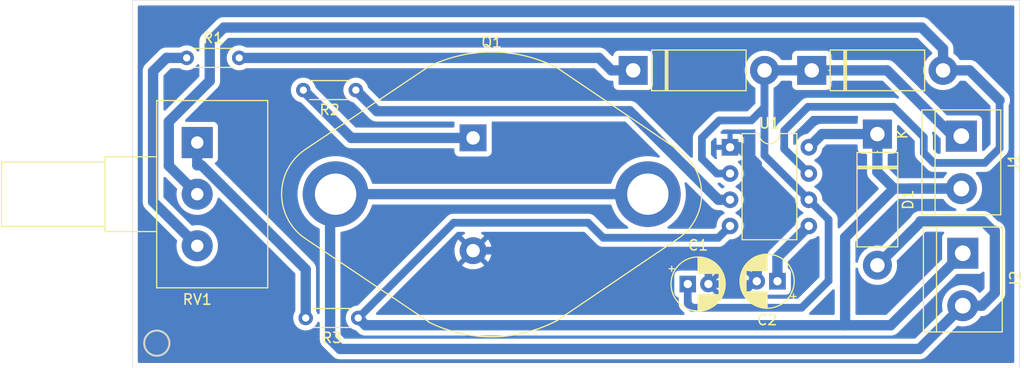
<source format=kicad_pcb>
(kicad_pcb (version 20240108) (generator "pcbnew") (generator_version "8.0")
  (layers (0 "F.Cu" signal) (31 "B.Cu" signal) (34 "B.Paste" user) (35 "F.Paste" user) (36 "B.SilkS" user "B.Silkscreen") (37 "F.SilkS" user "F.Silkscreen") (38 "B.Mask" user) (39 "F.Mask" user) (44 "Edge.Cuts" user))
  (net 0 "")
  (net 1 "Net-(D2-K)")
  (net 2 "Net-(U1-CV)")
  (net 3 "Net-(D1-A)")
  (net 4 "Net-(D1-K)")
  (net 5 "Net-(D2-A)")
  (net 6 "Net-(D3-K)")
  (net 7 "Net-(Q1-B)")
  (net 8 "Net-(R1-Pad1)")
  (net 9 "Net-(U1-Q)")
  (net 10 "Net-(R3-Pad2)")
  (net 11 "GND")
  (footprint "TerminalBlock:TerminalBlock_bornier-2_P5.08mm" (layer "F.Cu") (at 162.55 71.22 -90)
    (property "Reference" "J1" (at 2.54 -5.08 90) (layer "F.SilkS"))
    (property "Value" "Vin")
    (fp_line (start -2.54 3.81) (end 7.62 3.81) (stroke (width 0.12)) (layer "F.SilkS"))
    (fp_line (start 7.62 3.81) (end 7.62 -3.81) (stroke (width 0.12)) (layer "F.SilkS"))
    (fp_line (start 7.62 2.54) (end -2.54 2.54) (stroke (width 0.12)) (layer "F.SilkS"))
    (fp_line (start -2.54 -3.81) (end -2.54 3.81) (stroke (width 0.12)) (layer "F.SilkS"))
    (fp_line (start 7.62 -3.81) (end -2.54 -3.81) (stroke (width 0.12)) (layer "F.SilkS"))
    (pad "1" thru_hole rect (at 0 0 270) (size 3 3) (drill 1.52) (layers "*.Cu" "*.Mask") (net 1 "Net-(D2-K)"))
    (pad "2" thru_hole circle (at 5.08 0 270) (size 3 3) (drill 1.52) (layers "*.Cu" "*.Mask") (net 4 "Net-(D1-K)"))
  )
  (footprint "Capacitor_THT:CP_Radial_D5.0mm_P2.00mm" (layer "F.Cu") (at 136.090013 85.54)
    (property "Reference" "C1" (at 1 -3.75 0) (layer "F.SilkS"))
    (property "Value" "47nf")
    (fp_line (start -1.804775 -1.475) (end -1.304775 -1.475) (stroke (width 0.12)) (layer "F.SilkS"))
    (fp_line (start -1.554775 -1.725) (end -1.554775 -1.225) (stroke (width 0.12)) (layer "F.SilkS"))
    (fp_line (start 1 -2.58) (end 1 -1.04) (stroke (width 0.12)) (layer "F.SilkS"))
    (fp_line (start 1 1.04) (end 1 2.58) (stroke (width 0.12)) (layer "F.SilkS"))
    (fp_line (start 1.04 -2.58) (end 1.04 -1.04) (stroke (width 0.12)) (layer "F.SilkS"))
    (fp_line (start 1.04 1.04) (end 1.04 2.58) (stroke (width 0.12)) (layer "F.SilkS"))
    (fp_line (start 1.08 -2.579) (end 1.08 -1.04) (stroke (width 0.12)) (layer "F.SilkS"))
    (fp_line (start 1.08 1.04) (end 1.08 2.579) (stroke (width 0.12)) (layer "F.SilkS"))
    (fp_line (start 1.12 -2.578) (end 1.12 -1.04) (stroke (width 0.12)) (layer "F.SilkS"))
    (fp_line (start 1.12 1.04) (end 1.12 2.578) (stroke (width 0.12)) (layer "F.SilkS"))
    (fp_line (start 1.16 -2.576) (end 1.16 -1.04) (stroke (width 0.12)) (layer "F.SilkS"))
    (fp_line (start 1.16 1.04) (end 1.16 2.576) (stroke (width 0.12)) (layer "F.SilkS"))
    (fp_line (start 1.2 -2.573) (end 1.2 -1.04) (stroke (width 0.12)) (layer "F.SilkS"))
    (fp_line (start 1.2 1.04) (end 1.2 2.573) (stroke (width 0.12)) (layer "F.SilkS"))
    (fp_line (start 1.24 -2.569) (end 1.24 -1.04) (stroke (width 0.12)) (layer "F.SilkS"))
    (fp_line (start 1.24 1.04) (end 1.24 2.569) (stroke (width 0.12)) (layer "F.SilkS"))
    (fp_line (start 1.28 -2.565) (end 1.28 -1.04) (stroke (width 0.12)) (layer "F.SilkS"))
    (fp_line (start 1.28 1.04) (end 1.28 2.565) (stroke (width 0.12)) (layer "F.SilkS"))
    (fp_line (start 1.32 -2.561) (end 1.32 -1.04) (stroke (width 0.12)) (layer "F.SilkS"))
    (fp_line (start 1.32 1.04) (end 1.32 2.561) (stroke (width 0.12)) (layer "F.SilkS"))
    (fp_line (start 1.36 -2.556) (end 1.36 -1.04) (stroke (width 0.12)) (layer "F.SilkS"))
    (fp_line (start 1.36 1.04) (end 1.36 2.556) (stroke (width 0.12)) (layer "F.SilkS"))
    (fp_line (start 1.4 -2.55) (end 1.4 -1.04) (stroke (width 0.12)) (layer "F.SilkS"))
    (fp_line (start 1.4 1.04) (end 1.4 2.55) (stroke (width 0.12)) (layer "F.SilkS"))
    (fp_line (start 1.44 -2.543) (end 1.44 -1.04) (stroke (width 0.12)) (layer "F.SilkS"))
    (fp_line (start 1.44 1.04) (end 1.44 2.543) (stroke (width 0.12)) (layer "F.SilkS"))
    (fp_line (start 1.48 -2.536) (end 1.48 -1.04) (stroke (width 0.12)) (layer "F.SilkS"))
    (fp_line (start 1.48 1.04) (end 1.48 2.536) (stroke (width 0.12)) (layer "F.SilkS"))
    (fp_line (start 1.52 -2.528) (end 1.52 -1.04) (stroke (width 0.12)) (layer "F.SilkS"))
    (fp_line (start 1.52 1.04) (end 1.52 2.528) (stroke (width 0.12)) (layer "F.SilkS"))
    (fp_line (start 1.56 -2.52) (end 1.56 -1.04) (stroke (width 0.12)) (layer "F.SilkS"))
    (fp_line (start 1.56 1.04) (end 1.56 2.52) (stroke (width 0.12)) (layer "F.SilkS"))
    (fp_line (start 1.6 -2.511) (end 1.6 -1.04) (stroke (width 0.12)) (layer "F.SilkS"))
    (fp_line (start 1.6 1.04) (end 1.6 2.511) (stroke (width 0.12)) (layer "F.SilkS"))
    (fp_line (start 1.64 -2.501) (end 1.64 -1.04) (stroke (width 0.12)) (layer "F.SilkS"))
    (fp_line (start 1.64 1.04) (end 1.64 2.501) (stroke (width 0.12)) (layer "F.SilkS"))
    (fp_line (start 1.68 -2.491) (end 1.68 -1.04) (stroke (width 0.12)) (layer "F.SilkS"))
    (fp_line (start 1.68 1.04) (end 1.68 2.491) (stroke (width 0.12)) (layer "F.SilkS"))
    (fp_line (start 1.721 -2.48) (end 1.721 -1.04) (stroke (width 0.12)) (layer "F.SilkS"))
    (fp_line (start 1.721 1.04) (end 1.721 2.48) (stroke (width 0.12)) (layer "F.SilkS"))
    (fp_line (start 1.761 -2.468) (end 1.761 -1.04) (stroke (width 0.12)) (layer "F.SilkS"))
    (fp_line (start 1.761 1.04) (end 1.761 2.468) (stroke (width 0.12)) (layer "F.SilkS"))
    (fp_line (start 1.801 -2.455) (end 1.801 -1.04) (stroke (width 0.12)) (layer "F.SilkS"))
    (fp_line (start 1.801 1.04) (end 1.801 2.455) (stroke (width 0.12)) (layer "F.SilkS"))
    (fp_line (start 1.841 -2.442) (end 1.841 -1.04) (stroke (width 0.12)) (layer "F.SilkS"))
    (fp_line (start 1.841 1.04) (end 1.841 2.442) (stroke (width 0.12)) (layer "F.SilkS"))
    (fp_line (start 1.881 -2.428) (end 1.881 -1.04) (stroke (width 0.12)) (layer "F.SilkS"))
    (fp_line (start 1.881 1.04) (end 1.881 2.428) (stroke (width 0.12)) (layer "F.SilkS"))
    (fp_line (start 1.921 -2.414) (end 1.921 -1.04) (stroke (width 0.12)) (layer "F.SilkS"))
    (fp_line (start 1.921 1.04) (end 1.921 2.414) (stroke (width 0.12)) (layer "F.SilkS"))
    (fp_line (start 1.961 -2.398) (end 1.961 -1.04) (stroke (width 0.12)) (layer "F.SilkS"))
    (fp_line (start 1.961 1.04) (end 1.961 2.398) (stroke (width 0.12)) (layer "F.SilkS"))
    (fp_line (start 2.001 -2.382) (end 2.001 -1.04) (stroke (width 0.12)) (layer "F.SilkS"))
    (fp_line (start 2.001 1.04) (end 2.001 2.382) (stroke (width 0.12)) (layer "F.SilkS"))
    (fp_line (start 2.041 -2.365) (end 2.041 -1.04) (stroke (width 0.12)) (layer "F.SilkS"))
    (fp_line (start 2.041 1.04) (end 2.041 2.365) (stroke (width 0.12)) (layer "F.SilkS"))
    (fp_line (start 2.081 -2.348) (end 2.081 -1.04) (stroke (width 0.12)) (layer "F.SilkS"))
    (fp_line (start 2.081 1.04) (end 2.081 2.348) (stroke (width 0.12)) (layer "F.SilkS"))
    (fp_line (start 2.121 -2.329) (end 2.121 -1.04) (stroke (width 0.12)) (layer "F.SilkS"))
    (fp_line (start 2.121 1.04) (end 2.121 2.329) (stroke (width 0.12)) (layer "F.SilkS"))
    (fp_line (start 2.161 -2.31) (end 2.161 -1.04) (stroke (width 0.12)) (layer "F.SilkS"))
    (fp_line (start 2.161 1.04) (end 2.161 2.31) (stroke (width 0.12)) (layer "F.SilkS"))
    (fp_line (start 2.201 -2.29) (end 2.201 -1.04) (stroke (width 0.12)) (layer "F.SilkS"))
    (fp_line (start 2.201 1.04) (end 2.201 2.29) (stroke (width 0.12)) (layer "F.SilkS"))
    (fp_line (start 2.241 -2.268) (end 2.241 -1.04) (stroke (width 0.12)) (layer "F.SilkS"))
    (fp_line (start 2.241 1.04) (end 2.241 2.268) (stroke (width 0.12)) (layer "F.SilkS"))
    (fp_line (start 2.281 -2.247) (end 2.281 -1.04) (stroke (width 0.12)) (layer "F.SilkS"))
    (fp_line (start 2.281 1.04) (end 2.281 2.247) (stroke (width 0.12)) (layer "F.SilkS"))
    (fp_line (start 2.321 -2.224) (end 2.321 -1.04) (stroke (width 0.12)) (layer "F.SilkS"))
    (fp_line (start 2.321 1.04) (end 2.321 2.224) (stroke (width 0.12)) (layer "F.SilkS"))
    (fp_line (start 2.361 -2.2) (end 2.361 -1.04) (stroke (width 0.12)) (layer "F.SilkS"))
    (fp_line (start 2.361 1.04) (end 2.361 2.2) (stroke (width 0.12)) (layer "F.SilkS"))
    (fp_line (start 2.401 -2.175) (end 2.401 -1.04) (stroke (width 0.12)) (layer "F.SilkS"))
    (fp_line (start 2.401 1.04) (end 2.401 2.175) (stroke (width 0.12)) (layer "F.SilkS"))
    (fp_line (start 2.441 -2.149) (end 2.441 -1.04) (stroke (width 0.12)) (layer "F.SilkS"))
    (fp_line (start 2.441 1.04) (end 2.441 2.149) (stroke (width 0.12)) (layer "F.SilkS"))
    (fp_line (start 2.481 -2.122) (end 2.481 -1.04) (stroke (width 0.12)) (layer "F.SilkS"))
    (fp_line (start 2.481 1.04) (end 2.481 2.122) (stroke (width 0.12)) (layer "F.SilkS"))
    (fp_line (start 2.521 -2.095) (end 2.521 -1.04) (stroke (width 0.12)) (layer "F.SilkS"))
    (fp_line (start 2.521 1.04) (end 2.521 2.095) (stroke (width 0.12)) (layer "F.SilkS"))
    (fp_line (start 2.561 -2.065) (end 2.561 -1.04) (stroke (width 0.12)) (layer "F.SilkS"))
    (fp_line (start 2.561 1.04) (end 2.561 2.065) (stroke (width 0.12)) (layer "F.SilkS"))
    (fp_line (start 2.601 -2.035) (end 2.601 -1.04) (stroke (width 0.12)) (layer "F.SilkS"))
    (fp_line (start 2.601 1.04) (end 2.601 2.035) (stroke (width 0.12)) (layer "F.SilkS"))
    (fp_line (start 2.641 -2.004) (end 2.641 -1.04) (stroke (width 0.12)) (layer "F.SilkS"))
    (fp_line (start 2.641 1.04) (end 2.641 2.004) (stroke (width 0.12)) (layer "F.SilkS"))
    (fp_line (start 2.681 -1.971) (end 2.681 -1.04) (stroke (width 0.12)) (layer "F.SilkS"))
    (fp_line (start 2.681 1.04) (end 2.681 1.971) (stroke (width 0.12)) (layer "F.SilkS"))
    (fp_line (start 2.721 -1.937) (end 2.721 -1.04) (stroke (width 0.12)) (layer "F.SilkS"))
    (fp_line (start 2.721 1.04) (end 2.721 1.937) (stroke (width 0.12)) (layer "F.SilkS"))
    (fp_line (start 2.761 -1.901) (end 2.761 -1.04) (stroke (width 0.12)) (layer "F.SilkS"))
    (fp_line (start 2.761 1.04) (end 2.761 1.901) (stroke (width 0.12)) (layer "F.SilkS"))
    (fp_line (start 2.801 -1.864) (end 2.801 -1.04) (stroke (width 0.12)) (layer "F.SilkS"))
    (fp_line (start 2.801 1.04) (end 2.801 1.864) (stroke (width 0.12)) (layer "F.SilkS"))
    (fp_line (start 2.841 -1.826) (end 2.841 -1.04) (stroke (width 0.12)) (layer "F.SilkS"))
    (fp_line (start 2.841 1.04) (end 2.841 1.826) (stroke (width 0.12)) (layer "F.SilkS"))
    (fp_line (start 2.881 -1.785) (end 2.881 -1.04) (stroke (width 0.12)) (layer "F.SilkS"))
    (fp_line (start 2.881 1.04) (end 2.881 1.785) (stroke (width 0.12)) (layer "F.SilkS"))
    (fp_line (start 2.921 -1.743) (end 2.921 -1.04) (stroke (width 0.12)) (layer "F.SilkS"))
    (fp_line (start 2.921 1.04) (end 2.921 1.743) (stroke (width 0.12)) (layer "F.SilkS"))
    (fp_line (start 2.961 -1.699) (end 2.961 -1.04) (stroke (width 0.12)) (layer "F.SilkS"))
    (fp_line (start 2.961 1.04) (end 2.961 1.699) (stroke (width 0.12)) (layer "F.SilkS"))
    (fp_line (start 3.001 -1.653) (end 3.001 -1.04) (stroke (width 0.12)) (layer "F.SilkS"))
    (fp_line (start 3.001 1.04) (end 3.001 1.653) (stroke (width 0.12)) (layer "F.SilkS"))
    (fp_line (start 3.041 -1.605) (end 3.041 1.605) (stroke (width 0.12)) (layer "F.SilkS"))
    (fp_line (start 3.081 -1.554) (end 3.081 1.554) (stroke (width 0.12)) (layer "F.SilkS"))
    (fp_line (start 3.121 -1.5) (end 3.121 1.5) (stroke (width 0.12)) (layer "F.SilkS"))
    (fp_line (start 3.161 -1.443) (end 3.161 1.443) (stroke (width 0.12)) (layer "F.SilkS"))
    (fp_line (start 3.201 -1.383) (end 3.201 1.383) (stroke (width 0.12)) (layer "F.SilkS"))
    (fp_line (start 3.241 -1.319) (end 3.241 1.319) (stroke (width 0.12)) (layer "F.SilkS"))
    (fp_line (start 3.281 -1.251) (end 3.281 1.251) (stroke (width 0.12)) (layer "F.SilkS"))
    (fp_line (start 3.321 -1.178) (end 3.321 1.178) (stroke (width 0.12)) (layer "F.SilkS"))
    (fp_line (start 3.361 -1.098) (end 3.361 1.098) (stroke (width 0.12)) (layer "F.SilkS"))
    (fp_line (start 3.401 -1.011) (end 3.401 1.011) (stroke (width 0.12)) (layer "F.SilkS"))
    (fp_line (start 3.441 -0.915) (end 3.441 0.915) (stroke (width 0.12)) (layer "F.SilkS"))
    (fp_line (start 3.481 -0.805) (end 3.481 0.805) (stroke (width 0.12)) (layer "F.SilkS"))
    (fp_line (start 3.521 -0.677) (end 3.521 0.677) (stroke (width 0.12)) (layer "F.SilkS"))
    (fp_line (start 3.561 -0.518) (end 3.561 0.518) (stroke (width 0.12)) (layer "F.SilkS"))
    (fp_line (start 3.601 -0.284) (end 3.601 0.284) (stroke (width 0.12)) (layer "F.SilkS"))
    (fp_circle (center 1 0) (end 3.62 0) (stroke (width 0.12)) (fill none) (layer "F.SilkS"))
    (pad "1" thru_hole rect (at 0 0) (size 1.6 1.6) (drill 0.8) (layers "*.Cu" "*.Mask") (net 1 "Net-(D2-K)"))
    (pad "2" thru_hole circle (at 2 0) (size 1.6 1.6) (drill 0.8) (layers "*.Cu" "*.Mask") (net 11 "GND"))
  )
  (footprint "Diode_THT:D_5W_P12.70mm_Horizontal" (layer "F.Cu") (at 148.08 64.85)
    (property "Reference" "D2" (hide yes))
    (property "Value" "1N4007")
    (fp_line (start 1.64 0) (end 1.78 0) (stroke (width 0.12)) (layer "F.SilkS"))
    (fp_line (start 1.78 -1.97) (end 1.78 1.97) (stroke (width 0.12)) (layer "F.SilkS"))
    (fp_line (start 1.78 1.97) (end 10.92 1.97) (stroke (width 0.12)) (layer "F.SilkS"))
    (fp_line (start 3.115 -1.97) (end 3.115 1.97) (stroke (width 0.12)) (layer "F.SilkS"))
    (fp_line (start 3.235 -1.97) (end 3.235 1.97) (stroke (width 0.12)) (layer "F.SilkS"))
    (fp_line (start 3.355 -1.97) (end 3.355 1.97) (stroke (width 0.12)) (layer "F.SilkS"))
    (fp_line (start 10.92 -1.97) (end 1.78 -1.97) (stroke (width 0.12)) (layer "F.SilkS"))
    (fp_line (start 10.92 1.97) (end 10.92 -1.97) (stroke (width 0.12)) (layer "F.SilkS"))
    (fp_line (start 11.06 0) (end 10.92 0) (stroke (width 0.12)) (layer "F.SilkS"))
    (pad "1" thru_hole rect (at 0 0) (size 2.8 2.8) (drill 1.4) (layers "*.Cu" "*.Mask") (net 1 "Net-(D2-K)"))
    (pad "2" thru_hole oval (at 12.7 0) (size 2.8 2.8) (drill 1.4) (layers "*.Cu" "*.Mask") (net 5 "Net-(D2-A)"))
  )
  (footprint "Potentiometer_THT:Potentiometer_Alps_RK163_Single_Horizontal" (layer "F.Cu") (at 88.65 71.84)
    (property "Reference" "RV1" (at 0 15.2 180) (layer "F.SilkS"))
    (property "Value" "100k")
    (fp_line (start -18.92 8.12) (end -18.92 1.88) (stroke (width 0.12)) (layer "F.SilkS"))
    (fp_line (start -8.92 1.88) (end -18.92 1.88) (stroke (width 0.12)) (layer "F.SilkS"))
    (fp_line (start -8.92 8.12) (end -18.92 8.12) (stroke (width 0.12)) (layer "F.SilkS"))
    (fp_line (start -8.92 8.62) (end -8.92 1.38) (stroke (width 0.12)) (layer "F.SilkS"))
    (fp_line (start -3.92 1.38) (end -8.92 1.38) (stroke (width 0.12)) (layer "F.SilkS"))
    (fp_line (start -3.92 8.62) (end -8.92 8.62) (stroke (width 0.12)) (layer "F.SilkS"))
    (fp_line (start -3.92 14.07) (end -3.92 -4.07) (stroke (width 0.12)) (layer "F.SilkS"))
    (fp_line (start 6.82 -4.07) (end -3.92 -4.07) (stroke (width 0.12)) (layer "F.SilkS"))
    (fp_line (start 6.82 14.07) (end -3.92 14.07) (stroke (width 0.12)) (layer "F.SilkS"))
    (fp_line (start 6.82 14.07) (end 6.82 -4.07) (stroke (width 0.12)) (layer "F.SilkS"))
    (pad "1" thru_hole rect (at 0 0 180) (size 3 3) (drill 1.2) (layers "*.Cu" "*.Mask") (net 10 "Net-(R3-Pad2)"))
    (pad "2" thru_hole circle (at 0 5 180) (size 3 3) (drill 1.2) (layers "*.Cu" "*.Mask") (net 5 "Net-(D2-A)"))
    (pad "3" thru_hole circle (at 0 10 180) (size 3 3) (drill 1.2) (layers "*.Cu" "*.Mask") (net 8 "Net-(R1-Pad1)"))
  )
  (footprint "Package_TO_SOT_THT:TO-3" (layer "F.Cu") (at 115.33 71.39)
    (property "Reference" "Q1" (at 1.8 -9.25 0) (layer "F.SilkS"))
    (property "Value" "2N3055")
    (fp_line (start -4.3 -6.9) (end -16.2 1.1) (stroke (width 0.12)) (layer "F.SilkS"))
    (fp_line (start -4.3 17.8) (end -16.3 9.7) (stroke (width 0.12)) (layer "F.SilkS"))
    (fp_line (start 8.1 -6.8) (end 19.9 1.2) (stroke (width 0.12)) (layer "F.SilkS"))
    (fp_line (start 8.1 17.7) (end 19.9 9.7) (stroke (width 0.12)) (layer "F.SilkS"))
    (fp_arc (start -16.3 9.7) (mid -18.519226 5.373614) (end -16.2 1.1) (stroke (width 0.12)) (layer "F.SilkS"))
    (fp_arc (start -4.3 -6.9) (mid 1.911888 -8.324079) (end 8.1 -6.8) (stroke (width 0.12)) (layer "F.SilkS"))
    (fp_arc (start 8.1 17.7) (mid 1.902495 19.252998) (end -4.325 17.825) (stroke (width 0.12)) (layer "F.SilkS"))
    (fp_arc (start 19.9 1.2) (mid 22.102159 5.45) (end 19.9 9.7) (stroke (width 0.12)) (layer "F.SilkS"))
    (pad "1" thru_hole rect (at 0 0) (size 2.6 2.6) (drill 1.3) (layers "*.Cu" "*.Mask") (net 7 "Net-(Q1-B)"))
    (pad "2" thru_hole circle (at 0 10.92) (size 2.6 2.6) (drill 1.3) (layers "*.Cu" "*.Mask") (net 11 "GND"))
    (pad "3" thru_hole circle (at -13.3 5.45) (size 6.35 6.35) (drill 4) (layers "*.Cu" "*.Mask") (net 3 "Net-(D1-A)"))
    (pad "3" thru_hole circle (at 16.9 5.45) (size 6.35 6.35) (drill 4) (layers "*.Cu" "*.Mask") (net 3 "Net-(D1-A)"))
  )
  (footprint "Capacitor_THT:CP_Radial_D5.0mm_P2.00mm" (layer "F.Cu") (at 144.765113 85.27 180)
    (property "Reference" "C2" (at 1 -3.75 0) (layer "F.SilkS"))
    (property "Value" "10uf")
    (fp_line (start 3.601 -0.284) (end 3.601 0.284) (stroke (width 0.12)) (layer "F.SilkS"))
    (fp_line (start 3.561 -0.518) (end 3.561 0.518) (stroke (width 0.12)) (layer "F.SilkS"))
    (fp_line (start 3.521 -0.677) (end 3.521 0.677) (stroke (width 0.12)) (layer "F.SilkS"))
    (fp_line (start 3.481 -0.805) (end 3.481 0.805) (stroke (width 0.12)) (layer "F.SilkS"))
    (fp_line (start 3.441 -0.915) (end 3.441 0.915) (stroke (width 0.12)) (layer "F.SilkS"))
    (fp_line (start 3.401 -1.011) (end 3.401 1.011) (stroke (width 0.12)) (layer "F.SilkS"))
    (fp_line (start 3.361 -1.098) (end 3.361 1.098) (stroke (width 0.12)) (layer "F.SilkS"))
    (fp_line (start 3.321 -1.178) (end 3.321 1.178) (stroke (width 0.12)) (layer "F.SilkS"))
    (fp_line (start 3.281 -1.251) (end 3.281 1.251) (stroke (width 0.12)) (layer "F.SilkS"))
    (fp_line (start 3.241 -1.319) (end 3.241 1.319) (stroke (width 0.12)) (layer "F.SilkS"))
    (fp_line (start 3.201 -1.383) (end 3.201 1.383) (stroke (width 0.12)) (layer "F.SilkS"))
    (fp_line (start 3.161 -1.443) (end 3.161 1.443) (stroke (width 0.12)) (layer "F.SilkS"))
    (fp_line (start 3.121 -1.5) (end 3.121 1.5) (stroke (width 0.12)) (layer "F.SilkS"))
    (fp_line (start 3.081 -1.554) (end 3.081 1.554) (stroke (width 0.12)) (layer "F.SilkS"))
    (fp_line (start 3.041 -1.605) (end 3.041 1.605) (stroke (width 0.12)) (layer "F.SilkS"))
    (fp_line (start 3.001 1.04) (end 3.001 1.653) (stroke (width 0.12)) (layer "F.SilkS"))
    (fp_line (start 3.001 -1.653) (end 3.001 -1.04) (stroke (width 0.12)) (layer "F.SilkS"))
    (fp_line (start 2.961 1.04) (end 2.961 1.699) (stroke (width 0.12)) (layer "F.SilkS"))
    (fp_line (start 2.961 -1.699) (end 2.961 -1.04) (stroke (width 0.12)) (layer "F.SilkS"))
    (fp_line (start 2.921 1.04) (end 2.921 1.743) (stroke (width 0.12)) (layer "F.SilkS"))
    (fp_line (start 2.921 -1.743) (end 2.921 -1.04) (stroke (width 0.12)) (layer "F.SilkS"))
    (fp_line (start 2.881 1.04) (end 2.881 1.785) (stroke (width 0.12)) (layer "F.SilkS"))
    (fp_line (start 2.881 -1.785) (end 2.881 -1.04) (stroke (width 0.12)) (layer "F.SilkS"))
    (fp_line (start 2.841 1.04) (end 2.841 1.826) (stroke (width 0.12)) (layer "F.SilkS"))
    (fp_line (start 2.841 -1.826) (end 2.841 -1.04) (stroke (width 0.12)) (layer "F.SilkS"))
    (fp_line (start 2.801 1.04) (end 2.801 1.864) (stroke (width 0.12)) (layer "F.SilkS"))
    (fp_line (start 2.801 -1.864) (end 2.801 -1.04) (stroke (width 0.12)) (layer "F.SilkS"))
    (fp_line (start 2.761 1.04) (end 2.761 1.901) (stroke (width 0.12)) (layer "F.SilkS"))
    (fp_line (start 2.761 -1.901) (end 2.761 -1.04) (stroke (width 0.12)) (layer "F.SilkS"))
    (fp_line (start 2.721 1.04) (end 2.721 1.937) (stroke (width 0.12)) (layer "F.SilkS"))
    (fp_line (start 2.721 -1.937) (end 2.721 -1.04) (stroke (width 0.12)) (layer "F.SilkS"))
    (fp_line (start 2.681 1.04) (end 2.681 1.971) (stroke (width 0.12)) (layer "F.SilkS"))
    (fp_line (start 2.681 -1.971) (end 2.681 -1.04) (stroke (width 0.12)) (layer "F.SilkS"))
    (fp_line (start 2.641 1.04) (end 2.641 2.004) (stroke (width 0.12)) (layer "F.SilkS"))
    (fp_line (start 2.641 -2.004) (end 2.641 -1.04) (stroke (width 0.12)) (layer "F.SilkS"))
    (fp_line (start 2.601 1.04) (end 2.601 2.035) (stroke (width 0.12)) (layer "F.SilkS"))
    (fp_line (start 2.601 -2.035) (end 2.601 -1.04) (stroke (width 0.12)) (layer "F.SilkS"))
    (fp_line (start 2.561 1.04) (end 2.561 2.065) (stroke (width 0.12)) (layer "F.SilkS"))
    (fp_line (start 2.561 -2.065) (end 2.561 -1.04) (stroke (width 0.12)) (layer "F.SilkS"))
    (fp_line (start 2.521 1.04) (end 2.521 2.095) (stroke (width 0.12)) (layer "F.SilkS"))
    (fp_line (start 2.521 -2.095) (end 2.521 -1.04) (stroke (width 0.12)) (layer "F.SilkS"))
    (fp_line (start 2.481 1.04) (end 2.481 2.122) (stroke (width 0.12)) (layer "F.SilkS"))
    (fp_line (start 2.481 -2.122) (end 2.481 -1.04) (stroke (width 0.12)) (layer "F.SilkS"))
    (fp_line (start 2.441 1.04) (end 2.441 2.149) (stroke (width 0.12)) (layer "F.SilkS"))
    (fp_line (start 2.441 -2.149) (end 2.441 -1.04) (stroke (width 0.12)) (layer "F.SilkS"))
    (fp_line (start 2.401 1.04) (end 2.401 2.175) (stroke (width 0.12)) (layer "F.SilkS"))
    (fp_line (start 2.401 -2.175) (end 2.401 -1.04) (stroke (width 0.12)) (layer "F.SilkS"))
    (fp_line (start 2.361 1.04) (end 2.361 2.2) (stroke (width 0.12)) (layer "F.SilkS"))
    (fp_line (start 2.361 -2.2) (end 2.361 -1.04) (stroke (width 0.12)) (layer "F.SilkS"))
    (fp_line (start 2.321 1.04) (end 2.321 2.224) (stroke (width 0.12)) (layer "F.SilkS"))
    (fp_line (start 2.321 -2.224) (end 2.321 -1.04) (stroke (width 0.12)) (layer "F.SilkS"))
    (fp_line (start 2.281 1.04) (end 2.281 2.247) (stroke (width 0.12)) (layer "F.SilkS"))
    (fp_line (start 2.281 -2.247) (end 2.281 -1.04) (stroke (width 0.12)) (layer "F.SilkS"))
    (fp_line (start 2.241 1.04) (end 2.241 2.268) (stroke (width 0.12)) (layer "F.SilkS"))
    (fp_line (start 2.241 -2.268) (end 2.241 -1.04) (stroke (width 0.12)) (layer "F.SilkS"))
    (fp_line (start 2.201 1.04) (end 2.201 2.29) (stroke (width 0.12)) (layer "F.SilkS"))
    (fp_line (start 2.201 -2.29) (end 2.201 -1.04) (stroke (width 0.12)) (layer "F.SilkS"))
    (fp_line (start 2.161 1.04) (end 2.161 2.31) (stroke (width 0.12)) (layer "F.SilkS"))
    (fp_line (start 2.161 -2.31) (end 2.161 -1.04) (stroke (width 0.12)) (layer "F.SilkS"))
    (fp_line (start 2.121 1.04) (end 2.121 2.329) (stroke (width 0.12)) (layer "F.SilkS"))
    (fp_line (start 2.121 -2.329) (end 2.121 -1.04) (stroke (width 0.12)) (layer "F.SilkS"))
    (fp_line (start 2.081 1.04) (end 2.081 2.348) (stroke (width 0.12)) (layer "F.SilkS"))
    (fp_line (start 2.081 -2.348) (end 2.081 -1.04) (stroke (width 0.12)) (layer "F.SilkS"))
    (fp_line (start 2.041 1.04) (end 2.041 2.365) (stroke (width 0.12)) (layer "F.SilkS"))
    (fp_line (start 2.041 -2.365) (end 2.041 -1.04) (stroke (width 0.12)) (layer "F.SilkS"))
    (fp_line (start 2.001 1.04) (end 2.001 2.382) (stroke (width 0.12)) (layer "F.SilkS"))
    (fp_line (start 2.001 -2.382) (end 2.001 -1.04) (stroke (width 0.12)) (layer "F.SilkS"))
    (fp_line (start 1.961 1.04) (end 1.961 2.398) (stroke (width 0.12)) (layer "F.SilkS"))
    (fp_line (start 1.961 -2.398) (end 1.961 -1.04) (stroke (width 0.12)) (layer "F.SilkS"))
    (fp_line (start 1.921 1.04) (end 1.921 2.414) (stroke (width 0.12)) (layer "F.SilkS"))
    (fp_line (start 1.921 -2.414) (end 1.921 -1.04) (stroke (width 0.12)) (layer "F.SilkS"))
    (fp_line (start 1.881 1.04) (end 1.881 2.428) (stroke (width 0.12)) (layer "F.SilkS"))
    (fp_line (start 1.881 -2.428) (end 1.881 -1.04) (stroke (width 0.12)) (layer "F.SilkS"))
    (fp_line (start 1.841 1.04) (end 1.841 2.442) (stroke (width 0.12)) (layer "F.SilkS"))
    (fp_line (start 1.841 -2.442) (end 1.841 -1.04) (stroke (width 0.12)) (layer "F.SilkS"))
    (fp_line (start 1.801 1.04) (end 1.801 2.455) (stroke (width 0.12)) (layer "F.SilkS"))
    (fp_line (start 1.801 -2.455) (end 1.801 -1.04) (stroke (width 0.12)) (layer "F.SilkS"))
    (fp_line (start 1.761 1.04) (end 1.761 2.468) (stroke (width 0.12)) (layer "F.SilkS"))
    (fp_line (start 1.761 -2.468) (end 1.761 -1.04) (stroke (width 0.12)) (layer "F.SilkS"))
    (fp_line (start 1.721 1.04) (end 1.721 2.48) (stroke (width 0.12)) (layer "F.SilkS"))
    (fp_line (start 1.721 -2.48) (end 1.721 -1.04) (stroke (width 0.12)) (layer "F.SilkS"))
    (fp_line (start 1.68 1.04) (end 1.68 2.491) (stroke (width 0.12)) (layer "F.SilkS"))
    (fp_line (start 1.68 -2.491) (end 1.68 -1.04) (stroke (width 0.12)) (layer "F.SilkS"))
    (fp_line (start 1.64 1.04) (end 1.64 2.501) (stroke (width 0.12)) (layer "F.SilkS"))
    (fp_line (start 1.64 -2.501) (end 1.64 -1.04) (stroke (width 0.12)) (layer "F.SilkS"))
    (fp_line (start 1.6 1.04) (end 1.6 2.511) (stroke (width 0.12)) (layer "F.SilkS"))
    (fp_line (start 1.6 -2.511) (end 1.6 -1.04) (stroke (width 0.12)) (layer "F.SilkS"))
    (fp_line (start 1.56 1.04) (end 1.56 2.52) (stroke (width 0.12)) (layer "F.SilkS"))
    (fp_line (start 1.56 -2.52) (end 1.56 -1.04) (stroke (width 0.12)) (layer "F.SilkS"))
    (fp_line (start 1.52 1.04) (end 1.52 2.528) (stroke (width 0.12)) (layer "F.SilkS"))
    (fp_line (start 1.52 -2.528) (end 1.52 -1.04) (stroke (width 0.12)) (layer "F.SilkS"))
    (fp_line (start 1.48 1.04) (end 1.48 2.536) (stroke (width 0.12)) (layer "F.SilkS"))
    (fp_line (start 1.48 -2.536) (end 1.48 -1.04) (stroke (width 0.12)) (layer "F.SilkS"))
    (fp_line (start 1.44 1.04) (end 1.44 2.543) (stroke (width 0.12)) (layer "F.SilkS"))
    (fp_line (start 1.44 -2.543) (end 1.44 -1.04) (stroke (width 0.12)) (layer "F.SilkS"))
    (fp_line (start 1.4 1.04) (end 1.4 2.55) (stroke (width 0.12)) (layer "F.SilkS"))
    (fp_line (start 1.4 -2.55) (end 1.4 -1.04) (stroke (width 0.12)) (layer "F.SilkS"))
    (fp_line (start 1.36 1.04) (end 1.36 2.556) (stroke (width 0.12)) (layer "F.SilkS"))
    (fp_line (start 1.36 -2.556) (end 1.36 -1.04) (stroke (width 0.12)) (layer "F.SilkS"))
    (fp_line (start 1.32 1.04) (end 1.32 2.561) (stroke (width 0.12)) (layer "F.SilkS"))
    (fp_line (start 1.32 -2.561) (end 1.32 -1.04) (stroke (width 0.12)) (layer "F.SilkS"))
    (fp_line (start 1.28 1.04) (end 1.28 2.565) (stroke (width 0.12)) (layer "F.SilkS"))
    (fp_line (start 1.28 -2.565) (end 1.28 -1.04) (stroke (width 0.12)) (layer "F.SilkS"))
    (fp_line (start 1.24 1.04) (end 1.24 2.569) (stroke (width 0.12)) (layer "F.SilkS"))
    (fp_line (start 1.24 -2.569) (end 1.24 -1.04) (stroke (width 0.12)) (layer "F.SilkS"))
    (fp_line (start 1.2 1.04) (end 1.2 2.573) (stroke (width 0.12)) (layer "F.SilkS"))
    (fp_line (start 1.2 -2.573) (end 1.2 -1.04) (stroke (width 0.12)) (layer "F.SilkS"))
    (fp_line (start 1.16 1.04) (end 1.16 2.576) (stroke (width 0.12)) (layer "F.SilkS"))
    (fp_line (start 1.16 -2.576) (end 1.16 -1.04) (stroke (width 0.12)) (layer "F.SilkS"))
    (fp_line (start 1.12 1.04) (end 1.12 2.578) (stroke (width 0.12)) (layer "F.SilkS"))
    (fp_line (start 1.12 -2.578) (end 1.12 -1.04) (stroke (width 0.12)) (layer "F.SilkS"))
    (fp_line (start 1.08 1.04) (end 1.08 2.579) (stroke (width 0.12)) (layer "F.SilkS"))
    (fp_line (start 1.08 -2.579) (end 1.08 -1.04) (stroke (width 0.12)) (layer "F.SilkS"))
    (fp_line (start 1.04 1.04) (end 1.04 2.58) (stroke (width 0.12)) (layer "F.SilkS"))
    (fp_line (start 1.04 -2.58) (end 1.04 -1.04) (stroke (width 0.12)) (layer "F.SilkS"))
    (fp_line (start 1 1.04) (end 1 2.58) (stroke (width 0.12)) (layer "F.SilkS"))
    (fp_line (start 1 -2.58) (end 1 -1.04) (stroke (width 0.12)) (layer "F.SilkS"))
    (fp_line (start -1.554775 -1.725) (end -1.554775 -1.225) (stroke (width 0.12)) (layer "F.SilkS"))
    (fp_line (start -1.804775 -1.475) (end -1.304775 -1.475) (stroke (width 0.12)) (layer "F.SilkS"))
    (fp_circle (center 1 0) (end 3.62 0) (stroke (width 0.12)) (fill none) (layer "F.SilkS"))
    (pad "1" thru_hole rect (at 0 0 180) (size 1.6 1.6) (drill 0.8) (layers "*.Cu" "*.Mask") (net 2 "Net-(U1-CV)"))
    (pad "2" thru_hole circle (at 2 0 180) (size 1.6 1.6) (drill 0.8) (layers "*.Cu" "*.Mask") (net 11 "GND"))
  )
  (footprint "Resistor_THT:R_Axial_DIN0204_L3.6mm_D1.6mm_P5.08mm_Horizontal" (layer "F.Cu") (at 103.99 66.76 180)
    (property "Reference" "R2" (at 2.54 -1.92 0) (layer "F.SilkS"))
    (property "Value" "1k")
    (fp_line (start 0.62 0.92) (end 4.46 0.92) (stroke (width 0.12)) (layer "F.SilkS"))
    (fp_line (start 0.62 -0.92) (end 4.46 -0.92) (stroke (width 0.12)) (layer "F.SilkS"))
    (pad "1" thru_hole circle (at 0 0 180) (size 1.4 1.4) (drill 0.7) (layers "*.Cu" "*.Mask") (net 9 "Net-(U1-Q)"))
    (pad "2" thru_hole oval (at 5.08 0 180) (size 1.4 1.4) (drill 0.7) (layers "*.Cu" "*.Mask") (net 7 "Net-(Q1-B)"))
  )
  (footprint "Diode_THT:D_5W_P12.70mm_Horizontal" (layer "F.Cu") (at 154.43 71.02 -90)
    (property "Reference" "D1" (at 6.35 -2.97 90) (layer "F.SilkS"))
    (property "Value" "1N4007" (hide yes))
    (fp_line (start 1.78 1.97) (end 10.92 1.97) (stroke (width 0.12)) (layer "F.SilkS"))
    (fp_line (start 10.92 1.97) (end 10.92 -1.97) (stroke (width 0.12)) (layer "F.SilkS"))
    (fp_line (start 1.64 0) (end 1.78 0) (stroke (width 0.12)) (layer "F.SilkS"))
    (fp_line (start 11.06 0) (end 10.92 0) (stroke (width 0.12)) (layer "F.SilkS"))
    (fp_line (start 1.78 -1.97) (end 1.78 1.97) (stroke (width 0.12)) (layer "F.SilkS"))
    (fp_line (start 3.115 -1.97) (end 3.115 1.97) (stroke (width 0.12)) (layer "F.SilkS"))
    (fp_line (start 3.235 -1.97) (end 3.235 1.97) (stroke (width 0.12)) (layer "F.SilkS"))
    (fp_line (start 3.355 -1.97) (end 3.355 1.97) (stroke (width 0.12)) (layer "F.SilkS"))
    (fp_line (start 10.92 -1.97) (end 1.78 -1.97) (stroke (width 0.12)) (layer "F.SilkS"))
    (fp_text user "K" (at 0 -2.4 90) (layer "F.SilkS"))
    (pad "1" thru_hole rect (at 0 0 270) (size 2.8 2.8) (drill 1.4) (layers "*.Cu" "*.Mask") (net 4 "Net-(D1-K)"))
    (pad "2" thru_hole oval (at 12.7 0 270) (size 2.8 2.8) (drill 1.4) (layers "*.Cu" "*.Mask") (net 3 "Net-(D1-A)"))
  )
  (footprint "TerminalBlock:TerminalBlock_bornier-2_P5.08mm" (layer "F.Cu") (at 162.69 82.56 -90)
    (property "Reference" "J2" (at 2.54 -5.08 90) (layer "F.SilkS"))
    (property "Value" "MotorTerminals")
    (fp_line (start -2.54 3.81) (end 7.62 3.81) (stroke (width 0.12)) (layer "F.SilkS"))
    (fp_line (start 7.62 3.81) (end 7.62 -3.81) (stroke (width 0.12)) (layer "F.SilkS"))
    (fp_line (start 7.62 2.54) (end -2.54 2.54) (stroke (width 0.12)) (layer "F.SilkS"))
    (fp_line (start -2.54 -3.81) (end -2.54 3.81) (stroke (width 0.12)) (layer "F.SilkS"))
    (fp_line (start 7.62 -3.81) (end -2.54 -3.81) (stroke (width 0.12)) (layer "F.SilkS"))
    (pad "1" thru_hole rect (at 0 0 270) (size 3 3) (drill 1.52) (layers "*.Cu" "*.Mask") (net 4 "Net-(D1-K)"))
    (pad "2" thru_hole circle (at 5.08 0 270) (size 3 3) (drill 1.52) (layers "*.Cu" "*.Mask") (net 3 "Net-(D1-A)"))
  )
  (footprint "Package_DIP:DIP-8_W7.62mm" (layer "F.Cu") (at 140.18 72.3)
    (property "Reference" "U1" (at 3.81 -2.33 0) (layer "F.SilkS"))
    (property "Value" "LM555xN")
    (fp_line (start 1.16 -1.33) (end 1.16 8.95) (stroke (width 0.12)) (layer "F.SilkS"))
    (fp_line (start 1.16 8.95) (end 6.46 8.95) (stroke (width 0.12)) (layer "F.SilkS"))
    (fp_line (start 2.81 -1.33) (end 1.16 -1.33) (stroke (width 0.12)) (layer "F.SilkS"))
    (fp_line (start 6.46 -1.33) (end 4.81 -1.33) (stroke (width 0.12)) (layer "F.SilkS"))
    (fp_line (start 6.46 8.95) (end 6.46 -1.33) (stroke (width 0.12)) (layer "F.SilkS"))
    (fp_arc (start 4.81 -1.33) (mid 3.81 -0.33) (end 2.81 -1.33) (stroke (width 0.12)) (layer "F.SilkS"))
    (pad "1" thru_hole rect (at 0 0) (size 1.6 1.6) (drill 0.8) (layers "*.Cu" "*.Mask") (net 11 "GND"))
    (pad "2" thru_hole oval (at 0 2.54) (size 1.6 1.6) (drill 0.8) (layers "*.Cu" "*.Mask") (net 1 "Net-(D2-K)"))
    (pad "3" thru_hole oval (at 0 5.08) (size 1.6 1.6) (drill 0.8) (layers "*.Cu" "*.Mask") (net 9 "Net-(U1-Q)"))
    (pad "4" thru_hole oval (at 0 7.62) (size 1.6 1.6) (drill 0.8) (layers "*.Cu" "*.Mask") (net 4 "Net-(D1-K)"))
    (pad "5" thru_hole oval (at 7.62 7.62) (size 1.6 1.6) (drill 0.8) (layers "*.Cu" "*.Mask") (net 2 "Net-(U1-CV)"))
    (pad "6" thru_hole oval (at 7.62 5.08) (size 1.6 1.6) (drill 0.8) (layers "*.Cu" "*.Mask") (net 1 "Net-(D2-K)"))
    (pad "7" thru_hole oval (at 7.62 2.54) (size 1.6 1.6) (drill 0.8) (layers "*.Cu" "*.Mask") (net 5 "Net-(D2-A)"))
    (pad "8" thru_hole oval (at 7.62 0) (size 1.6 1.6) (drill 0.8) (layers "*.Cu" "*.Mask") (net 4 "Net-(D1-K)"))
  )
  (footprint "Resistor_THT:R_Axial_DIN0204_L3.6mm_D1.6mm_P5.08mm_Horizontal" (layer "F.Cu") (at 104.22 88.83 180)
    (property "Reference" "R3" (at 2.54 -1.92 0) (layer "F.SilkS"))
    (property "Value" "10k")
    (fp_line (start 0.62 0.92) (end 4.46 0.92) (stroke (width 0.12)) (layer "F.SilkS"))
    (fp_line (start 0.62 -0.92) (end 4.46 -0.92) (stroke (width 0.12)) (layer "F.SilkS"))
    (pad "1" thru_hole circle (at 0 0 180) (size 1.4 1.4) (drill 0.7) (layers "*.Cu" "*.Mask") (net 4 "Net-(D1-K)"))
    (pad "2" thru_hole oval (at 5.08 0 180) (size 1.4 1.4) (drill 0.7) (layers "*.Cu" "*.Mask") (net 10 "Net-(R3-Pad2)"))
  )
  (footprint "Diode_THT:D_5W_P12.70mm_Horizontal" (layer "F.Cu") (at 130.81 64.85)
    (property "Reference" "D3" (hide yes))
    (property "Value" "1N4007" (hide yes))
    (fp_line (start 1.64 0) (end 1.78 0) (stroke (width 0.12)) (layer "F.SilkS"))
    (fp_line (start 1.78 -1.97) (end 1.78 1.97) (stroke (width 0.12)) (layer "F.SilkS"))
    (fp_line (start 1.78 1.97) (end 10.92 1.97) (stroke (width 0.12)) (layer "F.SilkS"))
    (fp_line (start 3.115 -1.97) (end 3.115 1.97) (stroke (width 0.12)) (layer "F.SilkS"))
    (fp_line (start 3.235 -1.97) (end 3.235 1.97) (stroke (width 0.12)) (layer "F.SilkS"))
    (fp_line (start 3.355 -1.97) (end 3.355 1.97) (stroke (width 0.12)) (layer "F.SilkS"))
    (fp_line (start 10.92 -1.97) (end 1.78 -1.97) (stroke (width 0.12)) (layer "F.SilkS"))
    (fp_line (start 10.92 1.97) (end 10.92 -1.97) (stroke (width 0.12)) (layer "F.SilkS"))
    (fp_line (start 11.06 0) (end 10.92 0) (stroke (width 0.12)) (layer "F.SilkS"))
    (pad "1" thru_hole rect (at 0 0) (size 2.8 2.8) (drill 1.4) (layers "*.Cu" "*.Mask") (net 6 "Net-(D3-K)"))
    (pad "2" thru_hole oval (at 12.7 0) (size 2.8 2.8) (drill 1.4) (layers "*.Cu" "*.Mask") (net 1 "Net-(D2-K)"))
  )
  (footprint "Resistor_THT:R_Axial_DIN0204_L3.6mm_D1.6mm_P5.08mm_Horizontal" (layer "F.Cu") (at 87.63 63.64)
    (property "Reference" "R1" (at 2.54 -1.92 0) (layer "F.SilkS"))
    (property "Value" "10k")
    (fp_line (start 0.62 -0.92) (end 4.46 -0.92) (stroke (width 0.12)) (layer "F.SilkS"))
    (fp_line (start 0.62 0.92) (end 4.46 0.92) (stroke (width 0.12)) (layer "F.SilkS"))
    (pad "1" thru_hole circle (at 0 0) (size 1.4 1.4) (drill 0.7) (layers "*.Cu" "*.Mask") (net 8 "Net-(R1-Pad1)"))
    (pad "2" thru_hole oval (at 5.08 0) (size 1.4 1.4) (drill 0.7) (layers "*.Cu" "*.Mask") (net 6 "Net-(D3-K)"))
  )
  (gr_rect (start 82.4 58.06) (end 168.17 93.69) (stroke (width 0.05)) (fill none) (layer "Edge.Cuts"))
  (gr_circle (center 84.74 91.27) (end 85.95 91.42) (stroke (width 0.2)) (fill none) (layer "Edge.Cuts"))
  (segment (start 140.18 74.84) (end 138.9 74.84) (width 0.75) (layer "B.Cu") (net 1))
  (segment (start 162.55 71.22) (end 161.74 71.22) (width 1) (layer "B.Cu") (net 1))
  (segment (start 147.1 87.84) (end 136.51 87.84) (width 0.75) (layer "B.Cu") (net 1))
  (segment (start 155.37 64.85) (end 148.08 64.85) (width 1) (layer "B.Cu") (net 1))
  (segment (start 149.71 79.29) (end 149.71 85.23) (width 0.75) (layer "B.Cu") (net 1))
  (segment (start 136.090013 87.420013) (end 136.090013 85.54) (width 0.75) (layer "B.Cu") (net 1))
  (segment (start 149.71 85.23) (end 147.1 87.84) (width 0.75) (layer "B.Cu") (net 1))
  (segment (start 143.51 64.85) (end 143.840113 65.180113) (width 0.75) (layer "B.Cu") (net 1))
  (segment (start 142.24 69.7) (end 139.14 69.7) (width 0.75) (layer "B.Cu") (net 1))
  (segment (start 137.46 71.38) (end 139.14 69.7) (width 0.75) (layer "B.Cu") (net 1))
  (segment (start 143.51 73.09) (end 147.8 77.38) (width 0.75) (layer "B.Cu") (net 1))
  (segment (start 161.74 71.22) (end 155.37 64.85) (width 1) (layer "B.Cu") (net 1))
  (segment (start 138.9 74.84) (end 137.46 73.4) (width 0.75) (layer "B.Cu") (net 1))
  (segment (start 147.8 77.38) (end 149.71 79.29) (width 0.75) (layer "B.Cu") (net 1))
  (segment (start 136.51 87.84) (end 136.090013 87.420013) (width 0.75) (layer "B.Cu") (net 1))
  (segment (start 137.46 73.4) (end 137.46 71.38) (width 0.75) (layer "B.Cu") (net 1))
  (segment (start 143.51 64.85) (end 143.51 73.09) (width 0.75) (layer "B.Cu") (net 1))
  (segment (start 143.51 64.85) (end 148.08 64.85) (width 1) (layer "B.Cu") (net 1))
  (segment (start 143.51 64.85) (end 143.51 68.43) (width 0.75) (layer "B.Cu") (net 1))
  (segment (start 143.51 68.43) (end 142.24 69.7) (width 0.75) (layer "B.Cu") (net 1))
  (segment (start 144.765113 85.27) (end 144.765113 82.954887) (width 1) (layer "B.Cu") (net 2))
  (segment (start 144.765113 82.954887) (end 147.8 79.92) (width 1) (layer "B.Cu") (net 2))
  (segment (start 164.66 79.47) (end 158.59 79.47) (width 1) (layer "B.Cu") (net 3))
  (segment (start 165.6 80.41) (end 164.66 79.47) (width 1) (layer "B.Cu") (net 3))
  (segment (start 162.69 87.64) (end 164.55 87.64) (width 1) (layer "B.Cu") (net 3))
  (segment (start 158.5 91.83) (end 102.47 91.83) (width 1) (layer "B.Cu") (net 3))
  (segment (start 165.79 80.41) (end 165.6 80.41) (width 1) (layer "B.Cu") (net 3))
  (segment (start 101.5 77.37) (end 102.03 76.84) (width 1) (layer "B.Cu") (net 3))
  (segment (start 158.59 79.56) (end 154.43 83.72) (width 1) (layer "B.Cu") (net 3))
  (segment (start 164.55 87.64) (end 165.79 86.4) (width 1) (layer "B.Cu") (net 3))
  (segment (start 102.811 76.84) (end 132.23 76.84) (width 1) (layer "B.Cu") (net 3))
  (segment (start 102.47 91.83) (end 101.5 90.86) (width 1) (layer "B.Cu") (net 3))
  (segment (start 158.59 79.47) (end 158.59 79.56) (width 1) (layer "B.Cu") (net 3))
  (segment (start 101.5 90.86) (end 101.5 77.37) (width 1) (layer "B.Cu") (net 3))
  (segment (start 162.69 87.64) (end 158.5 91.83) (width 1) (layer "B.Cu") (net 3))
  (segment (start 102.03 76.84) (end 102.811 76.84) (width 1) (layer "B.Cu") (net 3))
  (segment (start 165.79 86.4) (end 165.79 80.41) (width 1) (layer "B.Cu") (net 3))
  (segment (start 154.43 71.02) (end 154.43 74.7) (width 1) (layer "B.Cu") (net 4))
  (segment (start 139.04 81.06) (end 127.91 81.06) (width 0.75) (layer "B.Cu") (net 4))
  (segment (start 149.08 71.02) (end 147.8 72.3) (width 1) (layer "B.Cu") (net 4))
  (segment (start 126.46 79.61) (end 113.44 79.61) (width 0.75) (layer "B.Cu") (net 4))
  (segment (start 155.7183 89.5317) (end 151.31 89.5317) (width 1) (layer "B.Cu") (net 4))
  (segment (start 156.03 76.3) (end 151.31 81.02) (width 1) (layer "B.Cu") (net 4))
  (segment (start 154.43 74.7) (end 156.03 76.3) (width 1) (layer "B.Cu") (net 4))
  (segment (start 127.91 81.06) (end 126.46 79.61) (width 0.75) (layer "B.Cu") (net 4))
  (segment (start 154.43 71.02) (end 149.08 71.02) (width 1) (layer "B.Cu") (net 4))
  (segment (start 113.44 79.61) (end 104.22 88.83) (width 0.75) (layer "B.Cu") (net 4))
  (segment (start 162.69 82.56) (end 155.7183 89.5317) (width 1) (layer "B.Cu") (net 4))
  (segment (start 162.55 76.3) (end 156.03 76.3) (width 1) (layer "B.Cu") (net 4))
  (segment (start 140.18 79.92) (end 139.04 81.06) (width 0.75) (layer "B.Cu") (net 4))
  (segment (start 151.31 89.5317) (end 104.9217 89.5317) (width 1) (layer "B.Cu") (net 4))
  (segment (start 162.55 76.3) (end 157.6083 76.3) (width 1) (layer "B.Cu") (net 4))
  (segment (start 151.31 81.02) (end 151.31 89.5317) (width 1) (layer "B.Cu") (net 4))
  (segment (start 104.9217 89.5317) (end 104.22 88.83) (width 1) (layer "B.Cu") (net 4))
  (segment (start 145.42 72.46) (end 145.42 70.68) (width 0.75) (layer "B.Cu") (net 5))
  (segment (start 158.92 72.85) (end 159.88 73.81) (width 0.75) (layer "B.Cu") (net 5))
  (segment (start 85.9 69.82) (end 89.86 65.86) (width 1) (layer "B.Cu") (net 5))
  (segment (start 147.8 74.84) (end 145.42 72.46) (width 0.75) (layer "B.Cu") (net 5))
  (segment (start 160.78 62.76) (end 160.78 64.85) (width 1) (layer "B.Cu") (net 5))
  (segment (start 158.92 71.31198) (end 158.92 72.85) (width 0.75) (layer "B.Cu") (net 5))
  (segment (start 163.35 64.85) (end 166.25 67.75) (width 1) (layer "B.Cu") (net 5))
  (segment (start 160.78 64.85) (end 163.35 64.85) (width 1) (layer "B.Cu") (net 5))
  (segment (start 155.98802 68.38) (end 158.92 71.31198) (width 0.75) (layer "B.Cu") (net 5))
  (segment (start 164.82 73.81) (end 166.25 72.38) (width 0.75) (layer "B.Cu") (net 5))
  (segment (start 159.88 73.81) (end 164.82 73.81) (width 0.75) (layer "B.Cu") (net 5))
  (segment (start 85.9 74.09) (end 85.9 69.82) (width 1) (layer "B.Cu") (net 5))
  (segment (start 91.23 60.7) (end 158.72 60.7) (width 1) (layer "B.Cu") (net 5))
  (segment (start 89.86 62.07) (end 91.23 60.7) (width 1) (layer "B.Cu") (net 5))
  (segment (start 158.72 60.7) (end 160.78 62.76) (width 1) (layer "B.Cu") (net 5))
  (segment (start 145.42 70.68) (end 147.72 68.38) (width 0.75) (layer "B.Cu") (net 5))
  (segment (start 166.25 72.38) (end 166.25 67.75) (width 0.75) (layer "B.Cu") (net 5))
  (segment (start 147.72 68.38) (end 155.98802 68.38) (width 0.75) (layer "B.Cu") (net 5))
  (segment (start 88.65 76.84) (end 85.9 74.09) (width 1) (layer "B.Cu") (net 5))
  (segment (start 89.86 65.86) (end 89.86 62.07) (width 1) (layer "B.Cu") (net 5))
  (segment (start 92.71 63.64) (end 127.4983 63.64) (width 1) (layer "B.Cu") (net 6))
  (segment (start 130.81 64.85) (end 128.7083 64.85) (width 1) (layer "B.Cu") (net 6))
  (segment (start 127.4983 63.64) (end 128.7083 64.85) (width 1) (layer "B.Cu") (net 6))
  (segment (start 103.54 71.39) (end 98.91 66.76) (width 1) (layer "B.Cu") (net 7))
  (segment (start 115.33 71.39) (end 103.54 71.39) (width 1) (layer "B.Cu") (net 7))
  (segment (start 85.68 63.64) (end 87.63 63.64) (width 1) (layer "B.Cu") (net 8))
  (segment (start 84.38 64.94) (end 85.68 63.64) (width 1) (layer "B.Cu") (net 8))
  (segment (start 88.65 81.84) (end 84.38 77.57) (width 1) (layer "B.Cu") (net 8))
  (segment (start 84.38 77.57) (end 84.38 64.94) (width 1) (layer "B.Cu") (net 8))
  (segment (start 103.99 66.76) (end 106.035685 68.805685) (width 1) (layer "B.Cu") (net 9))
  (segment (start 106.035685 68.805685) (end 130.474315 68.805685) (width 1) (layer "B.Cu") (net 9))
  (segment (start 139.04863 77.38) (end 140.18 77.38) (width 1) (layer "B.Cu") (net 9))
  (segment (start 130.474315 68.805685) (end 139.04863 77.38) (width 1) (layer "B.Cu") (net 9))
  (segment (start 89.0628 74.0417) (end 88.65 74.0417) (width 1) (layer "B.Cu") (net 10))
  (segment (start 99.14 88.83) (end 99.14 84.1189) (width 1) (layer "B.Cu") (net 10))
  (segment (start 88.65 71.84) (end 88.65 74.0417) (width 1) (layer "B.Cu") (net 10))
  (segment (start 99.14 84.1189) (end 89.0628 74.0417) (width 1) (layer "B.Cu") (net 10))
  (segment (start 138.090013 85.54) (end 142.495113 85.54) (width 0.75) (layer "B.Cu") (net 11))
  (segment (start 137.1 82.31) (end 138.090013 83.300013) (width 0.75) (layer "B.Cu") (net 11))
  (segment (start 115.33 82.31) (end 137.1 82.31) (width 0.75) (layer "B.Cu") (net 11))
  (segment (start 138.090013 83.300013) (end 138.090013 85.54) (width 0.75) (layer "B.Cu") (net 11))
  (segment (start 142.765113 73.937669) (end 141.127444 72.3) (width 1) (layer "B.Cu") (net 11))
  (segment (start 141.127444 72.3) (end 140.18 72.3) (width 1) (layer "B.Cu") (net 11))
  (segment (start 142.495113 85.54) (end 142.765113 85.27) (width 0.75) (layer "B.Cu") (net 11))
  (segment (start 142.765113 85.27) (end 142.765113 73.937669) (width 1) (layer "B.Cu") (net 11))
  (zone (net 11) (net_name "GND") (layer "B.Cu") (connect_pads (clearance 0.5)) (min_thickness 0.25) (fill yes (thermal_gap 0.5) (thermal_bridge_width 0.5) (island_removal_mode 1) (island_area_min 10))
    (polygon (pts (xy 82.52 58.1) (xy 82.41 93.7) (xy 168.16 93.67) (xy 168.15 58.07)))
  )
)
</source>
